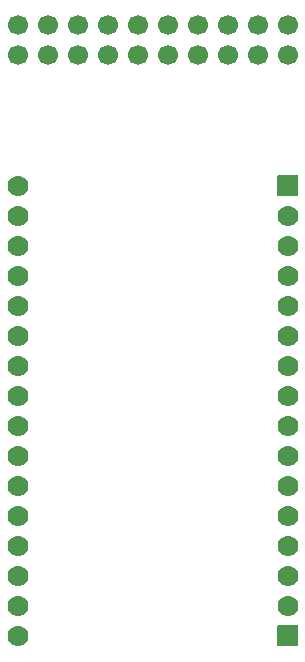
<source format=gbs>
G04 Layer: BottomSolderMaskLayer*
G04 EasyEDA v6.5.46, 2024-09-28 23:34:46*
G04 85c0222427234e8a8314e13dbd9b54d2,10*
G04 Gerber Generator version 0.2*
G04 Scale: 100 percent, Rotated: No, Reflected: No *
G04 Dimensions in millimeters *
G04 leading zeros omitted , absolute positions ,4 integer and 5 decimal *
%FSLAX45Y45*%
%MOMM*%

%AMMACRO1*4,1,8,-0.8296,-0.889,-0.889,-0.8293,-0.889,0.8296,-0.8296,0.889,0.8293,0.889,0.889,0.8296,0.889,-0.8293,0.8293,-0.889,-0.8296,-0.889,0*%
%ADD10C,1.7000*%
%ADD11MACRO1*%
%ADD12C,1.7780*%

%LPD*%
D10*
G01*
X342900Y-482600D03*
G01*
X342900Y-228600D03*
G01*
X596900Y-482600D03*
G01*
X596900Y-228600D03*
G01*
X850900Y-482600D03*
G01*
X850900Y-228600D03*
G01*
X1104900Y-482600D03*
G01*
X1104900Y-228600D03*
G01*
X1358900Y-482600D03*
G01*
X1358900Y-228600D03*
G01*
X1612900Y-482600D03*
G01*
X1612900Y-228600D03*
G01*
X1866900Y-482600D03*
G01*
X1866900Y-228600D03*
G01*
X2120900Y-482600D03*
G01*
X2120900Y-228600D03*
G01*
X2374900Y-482600D03*
G01*
X2374900Y-228600D03*
G01*
X2628900Y-482600D03*
G01*
X2628900Y-228600D03*
D11*
G01*
X2627934Y-5397500D03*
D12*
G01*
X2627939Y-5143500D03*
G01*
X2627939Y-4889500D03*
G01*
X2627939Y-4635500D03*
G01*
X2627939Y-4381500D03*
G01*
X2627939Y-4127500D03*
G01*
X2627939Y-3873500D03*
G01*
X2627939Y-3619500D03*
G01*
X2627939Y-3365500D03*
G01*
X2627939Y-3111500D03*
G01*
X2627939Y-2857500D03*
G01*
X2627939Y-2603500D03*
G01*
X2627939Y-2349500D03*
G01*
X2627939Y-2095500D03*
G01*
X2627939Y-1841500D03*
D11*
G01*
X2627934Y-1587500D03*
D12*
G01*
X341939Y-1587500D03*
G01*
X341939Y-1841500D03*
G01*
X341939Y-2095500D03*
G01*
X341939Y-2349500D03*
G01*
X341939Y-2603500D03*
G01*
X341939Y-2857500D03*
G01*
X341939Y-3111500D03*
G01*
X341939Y-3365500D03*
G01*
X341939Y-3619500D03*
G01*
X341939Y-3873500D03*
G01*
X341939Y-4127500D03*
G01*
X341939Y-4381500D03*
G01*
X341939Y-4635500D03*
G01*
X341939Y-4889500D03*
G01*
X341939Y-5143500D03*
G01*
X341939Y-5397500D03*
M02*

</source>
